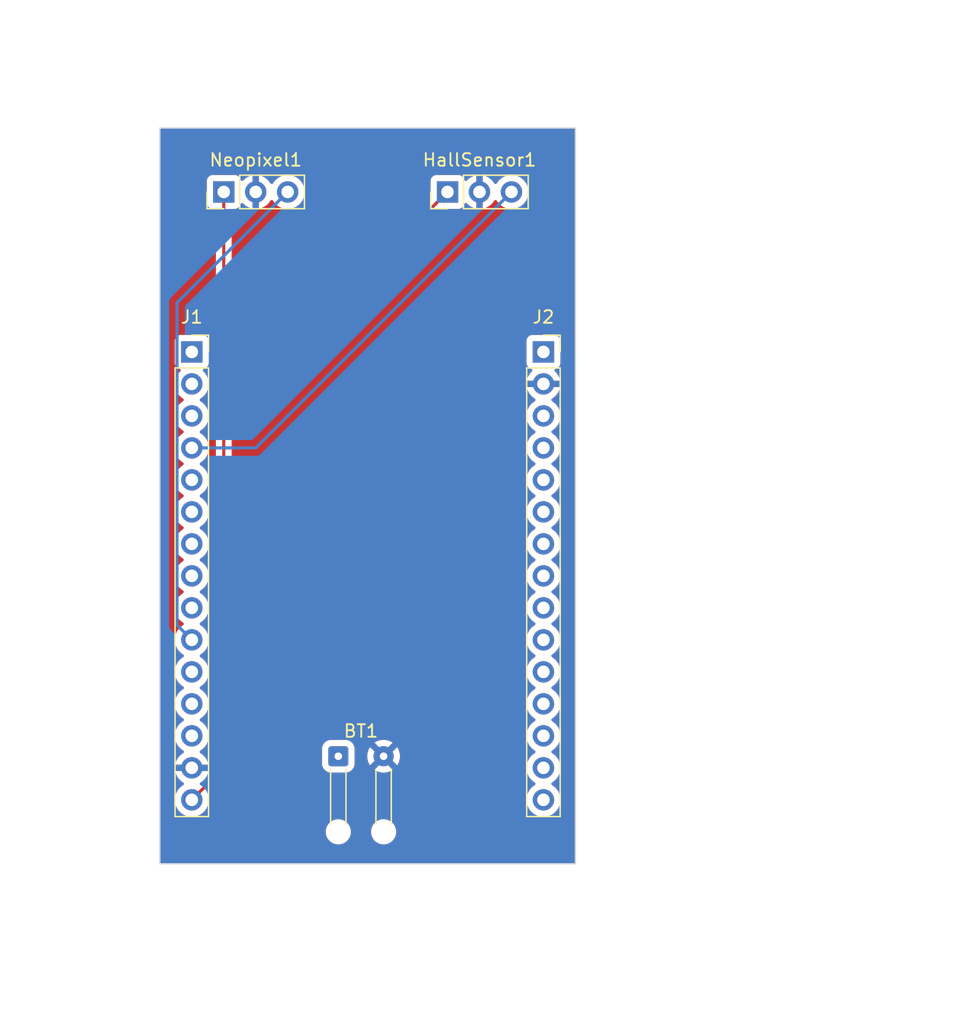
<source format=kicad_pcb>
(kicad_pcb (version 20221018) (generator pcbnew)
  (layers (0 "F.Cu" signal) (31 "B.Cu" signal) (34 "B.Paste" user) (35 "F.Paste" user) (36 "B.SilkS" user "B.Silkscreen") (37 "F.SilkS" user "F.Silkscreen") (38 "B.Mask" user) (39 "F.Mask" user) (44 "Edge.Cuts" user))
  (net 0 "")
  (net 25 "+5V")
  (net 26 "GND")
  (net 27 "+3.3V")
  (net 28 "Net-(J1-Pin_10)")
  (net 29 "Net-(HallSensor1-Pin_3)")
  (footprint "Connector_PinSocket_2.54mm:PinSocket_1x15_P2.54mm_Vertical" (layer "F.Cu") (at 147.32 76.2)
    (fp_text reference "J1" (at 0 -2.77) (layer "F.SilkS"))
    (fp_text value "Conn_01x15_Socket")
    (fp_line (start -1.33 1.27) (end -1.33 36.89) (stroke (width 0.12)) (layer "F.SilkS"))
    (fp_line (start -1.33 1.27) (end 1.33 1.27) (stroke (width 0.12)) (layer "F.SilkS"))
    (fp_line (start -1.33 36.89) (end 1.33 36.89) (stroke (width 0.12)) (layer "F.SilkS"))
    (fp_line (start 0 -1.33) (end 1.33 -1.33) (stroke (width 0.12)) (layer "F.SilkS"))
    (fp_line (start 1.33 -1.33) (end 1.33 0) (stroke (width 0.12)) (layer "F.SilkS"))
    (fp_line (start 1.33 1.27) (end 1.33 36.89) (stroke (width 0.12)) (layer "F.SilkS"))
    (pad "1" thru_hole rect (at 0 0) (size 1.7 1.7) (drill 1) (layers "*.Cu" "*.Mask"))
    (pad "2" thru_hole oval (at 0 2.54) (size 1.7 1.7) (drill 1) (layers "*.Cu" "*.Mask"))
    (pad "3" thru_hole oval (at 0 5.08) (size 1.7 1.7) (drill 1) (layers "*.Cu" "*.Mask"))
    (pad "4" thru_hole oval (at 0 7.62) (size 1.7 1.7) (drill 1) (layers "*.Cu" "*.Mask") (net 29 "Net-(HallSensor1-Pin_3)"))
    (pad "5" thru_hole oval (at 0 10.16) (size 1.7 1.7) (drill 1) (layers "*.Cu" "*.Mask"))
    (pad "6" thru_hole oval (at 0 12.7) (size 1.7 1.7) (drill 1) (layers "*.Cu" "*.Mask"))
    (pad "7" thru_hole oval (at 0 15.24) (size 1.7 1.7) (drill 1) (layers "*.Cu" "*.Mask"))
    (pad "8" thru_hole oval (at 0 17.78) (size 1.7 1.7) (drill 1) (layers "*.Cu" "*.Mask"))
    (pad "9" thru_hole oval (at 0 20.32) (size 1.7 1.7) (drill 1) (layers "*.Cu" "*.Mask"))
    (pad "10" thru_hole oval (at 0 22.86) (size 1.7 1.7) (drill 1) (layers "*.Cu" "*.Mask") (net 28 "Net-(J1-Pin_10)"))
    (pad "11" thru_hole oval (at 0 25.4) (size 1.7 1.7) (drill 1) (layers "*.Cu" "*.Mask"))
    (pad "12" thru_hole oval (at 0 27.94) (size 1.7 1.7) (drill 1) (layers "*.Cu" "*.Mask"))
    (pad "13" thru_hole oval (at 0 30.48) (size 1.7 1.7) (drill 1) (layers "*.Cu" "*.Mask"))
    (pad "14" thru_hole oval (at 0 33.02) (size 1.7 1.7) (drill 1) (layers "*.Cu" "*.Mask") (net 26 "GND"))
    (pad "15" thru_hole oval (at 0 35.56) (size 1.7 1.7) (drill 1) (layers "*.Cu" "*.Mask") (net 25 "+5V"))
  )
  (footprint "Connector_Wire:SolderWire-0.1sqmm_1x02_P3.6mm_D0.4mm_OD1mm_Relief" (layer "F.Cu") (at 158.96 108.3)
    (fp_text reference "BT1" (at 1.8 -2) (layer "F.SilkS"))
    (fp_text value "Battery_Cell")
    (fp_line (start -0.61 1.06) (end -0.61 5.39) (stroke (width 0.12)) (layer "F.SilkS"))
    (fp_line (start 0.61 1.06) (end 0.61 5.39) (stroke (width 0.12)) (layer "F.SilkS"))
    (fp_line (start 2.99 1.06) (end 2.99 5.39) (stroke (width 0.12)) (layer "F.SilkS"))
    (fp_line (start 4.21 1.06) (end 4.21 5.39) (stroke (width 0.12)) (layer "F.SilkS"))
    (pad "" np_thru_hole circle (at 0 6) (size 1.5 1.5) (drill 1.5) (layers "*.Cu" "*.Mask"))
    (pad "" np_thru_hole circle (at 3.6 6) (size 1.5 1.5) (drill 1.5) (layers "*.Cu" "*.Mask"))
    (pad "1" thru_hole roundrect (at 0 0) (size 1.6 1.6) (drill 0.6) (layers "*.Cu" "*.Mask") (roundrect_rratio 0.15625) (net 27 "+3.3V"))
    (pad "2" thru_hole circle (at 3.6 0) (size 1.6 1.6) (drill 0.6) (layers "*.Cu" "*.Mask") (net 26 "GND"))
  )
  (footprint "Connector_PinHeader_2.54mm:PinHeader_1x03_P2.54mm_Vertical" (layer "F.Cu") (at 149.86 63.5 90)
    (fp_text reference "Neopixel1" (at 2.54 2.54 180) (layer "F.SilkS"))
    (fp_text value "Conn_01x03_Pin")
    (fp_line (start -1.33 -1.33) (end 0 -1.33) (stroke (width 0.12)) (layer "F.SilkS"))
    (fp_line (start -1.33 0) (end -1.33 -1.33) (stroke (width 0.12)) (layer "F.SilkS"))
    (fp_line (start -1.33 1.27) (end -1.33 6.41) (stroke (width 0.12)) (layer "F.SilkS"))
    (fp_line (start -1.33 1.27) (end 1.33 1.27) (stroke (width 0.12)) (layer "F.SilkS"))
    (fp_line (start -1.33 6.41) (end 1.33 6.41) (stroke (width 0.12)) (layer "F.SilkS"))
    (fp_line (start 1.33 1.27) (end 1.33 6.41) (stroke (width 0.12)) (layer "F.SilkS"))
    (pad "1" thru_hole rect (at 0 0 90) (size 1.7 1.7) (drill 1) (layers "*.Cu" "*.Mask") (net 25 "+5V"))
    (pad "2" thru_hole oval (at 0 2.54 90) (size 1.7 1.7) (drill 1) (layers "*.Cu" "*.Mask") (net 26 "GND"))
    (pad "3" thru_hole oval (at 0 5.08 90) (size 1.7 1.7) (drill 1) (layers "*.Cu" "*.Mask") (net 28 "Net-(J1-Pin_10)"))
  )
  (footprint "Connector_PinSocket_2.54mm:PinSocket_1x15_P2.54mm_Vertical" (layer "F.Cu") (at 175.26 76.2)
    (fp_text reference "J2" (at 0 -2.77) (layer "F.SilkS"))
    (fp_text value "Conn_01x15_Socket")
    (fp_line (start -1.33 1.27) (end -1.33 36.89) (stroke (width 0.12)) (layer "F.SilkS"))
    (fp_line (start -1.33 1.27) (end 1.33 1.27) (stroke (width 0.12)) (layer "F.SilkS"))
    (fp_line (start -1.33 36.89) (end 1.33 36.89) (stroke (width 0.12)) (layer "F.SilkS"))
    (fp_line (start 0 -1.33) (end 1.33 -1.33) (stroke (width 0.12)) (layer "F.SilkS"))
    (fp_line (start 1.33 -1.33) (end 1.33 0) (stroke (width 0.12)) (layer "F.SilkS"))
    (fp_line (start 1.33 1.27) (end 1.33 36.89) (stroke (width 0.12)) (layer "F.SilkS"))
    (pad "1" thru_hole rect (at 0 0) (size 1.7 1.7) (drill 1) (layers "*.Cu" "*.Mask") (net 27 "+3.3V"))
    (pad "2" thru_hole oval (at 0 2.54) (size 1.7 1.7) (drill 1) (layers "*.Cu" "*.Mask") (net 26 "GND"))
    (pad "3" thru_hole oval (at 0 5.08) (size 1.7 1.7) (drill 1) (layers "*.Cu" "*.Mask"))
    (pad "4" thru_hole oval (at 0 7.62) (size 1.7 1.7) (drill 1) (layers "*.Cu" "*.Mask"))
    (pad "5" thru_hole oval (at 0 10.16) (size 1.7 1.7) (drill 1) (layers "*.Cu" "*.Mask"))
    (pad "6" thru_hole oval (at 0 12.7) (size 1.7 1.7) (drill 1) (layers "*.Cu" "*.Mask"))
    (pad "7" thru_hole oval (at 0 15.24) (size 1.7 1.7) (drill 1) (layers "*.Cu" "*.Mask"))
    (pad "8" thru_hole oval (at 0 17.78) (size 1.7 1.7) (drill 1) (layers "*.Cu" "*.Mask"))
    (pad "9" thru_hole oval (at 0 20.32) (size 1.7 1.7) (drill 1) (layers "*.Cu" "*.Mask"))
    (pad "10" thru_hole oval (at 0 22.86) (size 1.7 1.7) (drill 1) (layers "*.Cu" "*.Mask"))
    (pad "11" thru_hole oval (at 0 25.4) (size 1.7 1.7) (drill 1) (layers "*.Cu" "*.Mask"))
    (pad "12" thru_hole oval (at 0 27.94) (size 1.7 1.7) (drill 1) (layers "*.Cu" "*.Mask"))
    (pad "13" thru_hole oval (at 0 30.48) (size 1.7 1.7) (drill 1) (layers "*.Cu" "*.Mask"))
    (pad "14" thru_hole oval (at 0 33.02) (size 1.7 1.7) (drill 1) (layers "*.Cu" "*.Mask"))
    (pad "15" thru_hole oval (at 0 35.56) (size 1.7 1.7) (drill 1) (layers "*.Cu" "*.Mask"))
  )
  (footprint "Connector_PinHeader_2.54mm:PinHeader_1x03_P2.54mm_Vertical" (layer "F.Cu") (at 167.64 63.5 90)
    (fp_text reference "HallSensor1" (at 2.54 2.54) (layer "F.SilkS"))
    (fp_text value "Conn_01x03_Pin")
    (fp_line (start -1.33 -1.33) (end 0 -1.33) (stroke (width 0.12)) (layer "F.SilkS"))
    (fp_line (start -1.33 0) (end -1.33 -1.33) (stroke (width 0.12)) (layer "F.SilkS"))
    (fp_line (start -1.33 1.27) (end -1.33 6.41) (stroke (width 0.12)) (layer "F.SilkS"))
    (fp_line (start -1.33 1.27) (end 1.33 1.27) (stroke (width 0.12)) (layer "F.SilkS"))
    (fp_line (start -1.33 6.41) (end 1.33 6.41) (stroke (width 0.12)) (layer "F.SilkS"))
    (fp_line (start 1.33 1.27) (end 1.33 6.41) (stroke (width 0.12)) (layer "F.SilkS"))
    (pad "1" thru_hole rect (at 0 0 90) (size 1.7 1.7) (drill 1) (layers "*.Cu" "*.Mask") (net 25 "+5V"))
    (pad "2" thru_hole oval (at 0 2.54 90) (size 1.7 1.7) (drill 1) (layers "*.Cu" "*.Mask") (net 26 "GND"))
    (pad "3" thru_hole oval (at 0 5.08 90) (size 1.7 1.7) (drill 1) (layers "*.Cu" "*.Mask") (net 29 "Net-(HallSensor1-Pin_3)"))
  )
  (gr_rect (start 144.78 58.42) (end 177.8 116.84) (stroke (width 0.1)) (fill none) (layer "Edge.Cuts"))
  (segment (start 149.86 109.22) (end 147.32 111.76) (width 0.25) (layer "F.Cu") (net 25))
  (segment (start 149.86 63.5) (end 149.86 81.28) (width 0.25) (layer "F.Cu") (net 25))
  (segment (start 167.64 63.5) (end 149.86 81.28) (width 0.25) (layer "F.Cu") (net 25))
  (segment (start 149.86 81.28) (end 149.86 109.22) (width 0.25) (layer "F.Cu") (net 25))
  (segment (start 146.145 72.295) (end 154.94 63.5) (width 0.25) (layer "B.Cu") (net 28))
  (segment (start 146.145 97.885) (end 146.145 72.295) (width 0.25) (layer "B.Cu") (net 28))
  (segment (start 147.32 99.06) (end 146.145 97.885) (width 0.25) (layer "B.Cu") (net 28))
  (segment (start 152.4 83.82) (end 172.72 63.5) (width 0.25) (layer "B.Cu") (net 29))
  (segment (start 147.32 83.82) (end 152.4 83.82) (width 0.25) (layer "B.Cu") (net 29))
  (zone (net 26) (net_name "GND") (layers "F&B.Cu") (connect_pads (clearance 0.5)) (min_thickness 0.25) (fill yes (thermal_gap 0.5) (thermal_bridge_width 0.5))
    (polygon (pts (xy 132.08 50.8) (xy 132.08 48.26) (xy 208.28 48.26) (xy 208.28 129.54) (xy 132.08 129.54)))
  )
)
</source>
